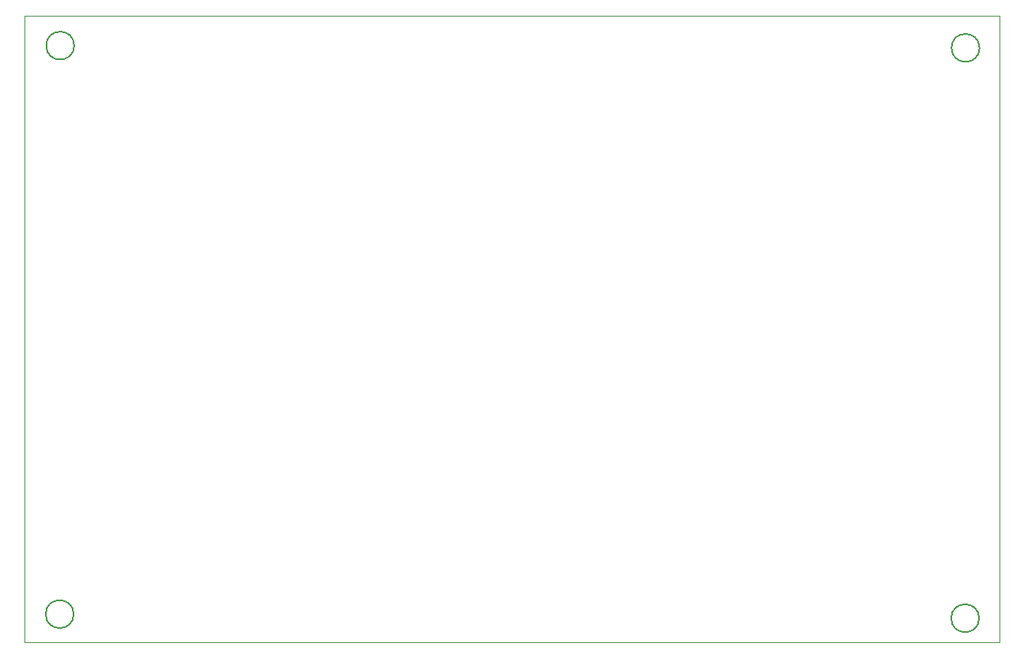
<source format=gbr>
%TF.GenerationSoftware,KiCad,Pcbnew,8.0.5*%
%TF.CreationDate,2024-10-02T16:45:59-03:00*%
%TF.ProjectId,PCB_CM,5043425f-434d-42e6-9b69-6361645f7063,rev?*%
%TF.SameCoordinates,PX3c8eee0PY7a8c120*%
%TF.FileFunction,Profile,NP*%
%FSLAX46Y46*%
G04 Gerber Fmt 4.6, Leading zero omitted, Abs format (unit mm)*
G04 Created by KiCad (PCBNEW 8.0.5) date 2024-10-02 16:45:59*
%MOMM*%
%LPD*%
G01*
G04 APERTURE LIST*
%TA.AperFunction,Profile*%
%ADD10C,0.200000*%
%TD*%
%TA.AperFunction,Profile*%
%ADD11C,0.050000*%
%TD*%
G04 APERTURE END LIST*
D10*
X102320000Y63770000D02*
G75*
G02*
X99320000Y63770000I-1500000J0D01*
G01*
X99320000Y63770000D02*
G75*
G02*
X102320000Y63770000I1500000J0D01*
G01*
D11*
X0Y67220000D02*
X104490000Y67220000D01*
X104490000Y0D01*
X0Y0D01*
X0Y67220000D01*
D10*
X102280000Y2560000D02*
G75*
G02*
X99280000Y2560000I-1500000J0D01*
G01*
X99280000Y2560000D02*
G75*
G02*
X102280000Y2560000I1500000J0D01*
G01*
X5250000Y3000000D02*
G75*
G02*
X2250000Y3000000I-1500000J0D01*
G01*
X2250000Y3000000D02*
G75*
G02*
X5250000Y3000000I1500000J0D01*
G01*
X5310000Y64010000D02*
G75*
G02*
X2310000Y64010000I-1500000J0D01*
G01*
X2310000Y64010000D02*
G75*
G02*
X5310000Y64010000I1500000J0D01*
G01*
M02*

</source>
